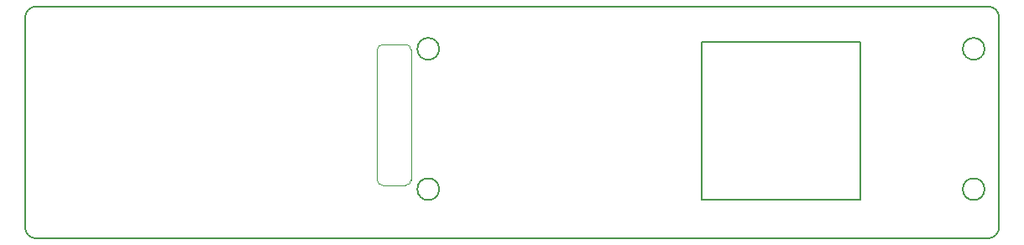
<source format=gbr>
G04 #@! TF.GenerationSoftware,KiCad,Pcbnew,(5.1.6-0-10_14)*
G04 #@! TF.CreationDate,2023-01-09T16:43:16+09:00*
G04 #@! TF.ProjectId,cool644,636f6f6c-3634-4342-9e6b-696361645f70,rev?*
G04 #@! TF.SameCoordinates,Original*
G04 #@! TF.FileFunction,Profile,NP*
%FSLAX46Y46*%
G04 Gerber Fmt 4.6, Leading zero omitted, Abs format (unit mm)*
G04 Created by KiCad (PCBNEW (5.1.6-0-10_14)) date 2023-01-09 16:43:16*
%MOMM*%
%LPD*%
G01*
G04 APERTURE LIST*
G04 #@! TA.AperFunction,Profile*
%ADD10C,0.150000*%
G04 #@! TD*
G04 #@! TA.AperFunction,Profile*
%ADD11C,0.050000*%
G04 #@! TD*
G04 APERTURE END LIST*
D10*
X190430000Y86080000D02*
X174480000Y86080000D01*
X147980000Y71200000D02*
G75*
G03*
X147980000Y71200000I-1100000J0D01*
G01*
X203000000Y71200000D02*
G75*
G03*
X203000000Y71200000I-1100000J0D01*
G01*
X147980000Y85360000D02*
G75*
G03*
X147980000Y85360000I-1100000J0D01*
G01*
X204460000Y67350000D02*
X204460000Y88520000D01*
X107340000Y66230000D02*
G75*
G02*
X106220000Y67350000I0J1120000D01*
G01*
X203340000Y89640000D02*
X107340000Y89640000D01*
X107340000Y66230000D02*
X203340000Y66230000D01*
X204460000Y67350000D02*
G75*
G02*
X203340000Y66230000I-1120000J0D01*
G01*
X106220000Y67350000D02*
X106220000Y88520000D01*
X106220000Y88520000D02*
G75*
G02*
X107340000Y89640000I1120000J0D01*
G01*
X203340000Y89640000D02*
G75*
G02*
X204460000Y88520000I0J-1120000D01*
G01*
X174480000Y86080000D02*
X174480000Y70110000D01*
X174480000Y70110000D02*
X190440000Y70110000D01*
X203000000Y85360000D02*
G75*
G03*
X203000000Y85360000I-1100000J0D01*
G01*
X190440000Y70110000D02*
X190430000Y86080000D01*
D11*
X141740000Y85265000D02*
G75*
G02*
X142265000Y85790000I525000J0D01*
G01*
X144615000Y85790000D02*
G75*
G02*
X145140000Y85265000I0J-525000D01*
G01*
X142265000Y71590000D02*
G75*
G02*
X141740000Y72115000I0J525000D01*
G01*
X145140000Y72115000D02*
G75*
G02*
X144615000Y71590000I-525000J0D01*
G01*
X141740000Y85265000D02*
X141740000Y72115000D01*
X145140000Y72115000D02*
X145140000Y85265000D01*
X144615000Y85790000D02*
X142265000Y85790000D01*
X142265000Y71590000D02*
X144615000Y71590000D01*
M02*

</source>
